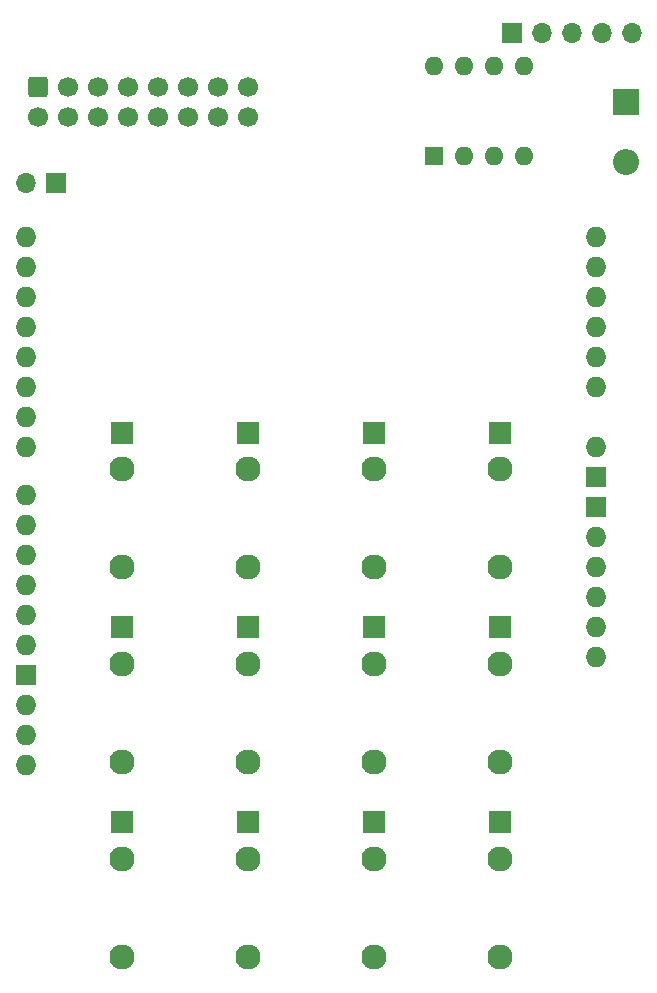
<source format=gts>
G04 #@! TF.GenerationSoftware,KiCad,Pcbnew,7.0.1*
G04 #@! TF.CreationDate,2023-05-11T17:19:09+02:00*
G04 #@! TF.ProjectId,midi-interface,6d696469-2d69-46e7-9465-72666163652e,rev?*
G04 #@! TF.SameCoordinates,Original*
G04 #@! TF.FileFunction,Soldermask,Top*
G04 #@! TF.FilePolarity,Negative*
%FSLAX46Y46*%
G04 Gerber Fmt 4.6, Leading zero omitted, Abs format (unit mm)*
G04 Created by KiCad (PCBNEW 7.0.1) date 2023-05-11 17:19:09*
%MOMM*%
%LPD*%
G01*
G04 APERTURE LIST*
G04 Aperture macros list*
%AMRoundRect*
0 Rectangle with rounded corners*
0 $1 Rounding radius*
0 $2 $3 $4 $5 $6 $7 $8 $9 X,Y pos of 4 corners*
0 Add a 4 corners polygon primitive as box body*
4,1,4,$2,$3,$4,$5,$6,$7,$8,$9,$2,$3,0*
0 Add four circle primitives for the rounded corners*
1,1,$1+$1,$2,$3*
1,1,$1+$1,$4,$5*
1,1,$1+$1,$6,$7*
1,1,$1+$1,$8,$9*
0 Add four rect primitives between the rounded corners*
20,1,$1+$1,$2,$3,$4,$5,0*
20,1,$1+$1,$4,$5,$6,$7,0*
20,1,$1+$1,$6,$7,$8,$9,0*
20,1,$1+$1,$8,$9,$2,$3,0*%
G04 Aperture macros list end*
%ADD10R,2.200000X2.200000*%
%ADD11O,2.200000X2.200000*%
%ADD12O,1.600000X1.600000*%
%ADD13R,1.600000X1.600000*%
%ADD14R,1.930000X1.830000*%
%ADD15C,2.130000*%
%ADD16R,1.700000X1.700000*%
%ADD17O,1.700000X1.700000*%
%ADD18O,1.727200X1.727200*%
%ADD19R,1.727200X1.727200*%
%ADD20RoundRect,0.250000X-0.600000X0.600000X-0.600000X-0.600000X0.600000X-0.600000X0.600000X0.600000X0*%
%ADD21C,1.700000*%
G04 APERTURE END LIST*
D10*
X146812000Y-72353818D03*
D11*
X146812000Y-77433818D03*
D12*
X130556000Y-69332000D03*
X133096000Y-69332000D03*
X135636000Y-69332000D03*
X138176000Y-69332000D03*
X138176000Y-76952000D03*
X135636000Y-76952000D03*
X133096000Y-76952000D03*
D13*
X130556000Y-76952000D03*
D14*
X114808000Y-116840000D03*
D15*
X114808000Y-128240000D03*
X114808000Y-119940000D03*
D14*
X125476000Y-116840000D03*
D15*
X125476000Y-128240000D03*
X125476000Y-119940000D03*
D16*
X98552000Y-79248000D03*
D17*
X96012000Y-79248000D03*
D14*
X104140000Y-116840000D03*
D15*
X104140000Y-128240000D03*
X104140000Y-119940000D03*
D14*
X125476000Y-133320000D03*
D15*
X125476000Y-144720000D03*
X125476000Y-136420000D03*
D14*
X104140000Y-100360000D03*
D15*
X104140000Y-111760000D03*
X104140000Y-103460000D03*
D14*
X136144000Y-133320000D03*
D15*
X136144000Y-144720000D03*
X136144000Y-136420000D03*
D14*
X125476000Y-100360000D03*
D15*
X125476000Y-111760000D03*
X125476000Y-103460000D03*
D14*
X136144000Y-100360000D03*
D15*
X136144000Y-111760000D03*
X136144000Y-103460000D03*
D14*
X114808000Y-100360000D03*
D15*
X114808000Y-111760000D03*
X114808000Y-103460000D03*
D14*
X104140000Y-133320000D03*
D15*
X104140000Y-144720000D03*
X104140000Y-136420000D03*
D14*
X136144000Y-116840000D03*
D15*
X136144000Y-128240000D03*
X136144000Y-119940000D03*
D14*
X114808000Y-133320000D03*
D15*
X114808000Y-144720000D03*
X114808000Y-136420000D03*
D18*
X144272000Y-119380000D03*
X144272000Y-111760000D03*
X144272000Y-109220000D03*
X144272000Y-96520000D03*
X144272000Y-93980000D03*
X144272000Y-91440000D03*
X144272000Y-88900000D03*
X144272000Y-86360000D03*
X144272000Y-83820000D03*
X96012000Y-123444000D03*
X96012000Y-83820000D03*
X96012000Y-86360000D03*
X96012000Y-88900000D03*
X96012000Y-91440000D03*
X96012000Y-93980000D03*
X96012000Y-96520000D03*
X96012000Y-99060000D03*
X96012000Y-101600000D03*
X96012000Y-105664000D03*
X96012000Y-108204000D03*
X96012000Y-110744000D03*
X96012000Y-113284000D03*
X96012000Y-115824000D03*
X96012000Y-118364000D03*
D19*
X96012000Y-120904000D03*
X144272000Y-106680000D03*
X144272000Y-104140000D03*
D18*
X144272000Y-116840000D03*
X144272000Y-114300000D03*
X96012000Y-128524000D03*
X96012000Y-125984000D03*
X144272000Y-101600000D03*
D20*
X97028000Y-71120000D03*
D21*
X97028000Y-73660000D03*
X99568000Y-71120000D03*
X99568000Y-73660000D03*
X102108000Y-71120000D03*
X102108000Y-73660000D03*
X104648000Y-71120000D03*
X104648000Y-73660000D03*
X107188000Y-71120000D03*
X107188000Y-73660000D03*
X109728000Y-71120000D03*
X109728000Y-73660000D03*
X112268000Y-71120000D03*
X112268000Y-73660000D03*
X114808000Y-71120000D03*
X114808000Y-73660000D03*
D16*
X137160000Y-66548000D03*
D17*
X139700000Y-66548000D03*
X142240000Y-66548000D03*
X144780000Y-66548000D03*
X147320000Y-66548000D03*
M02*

</source>
